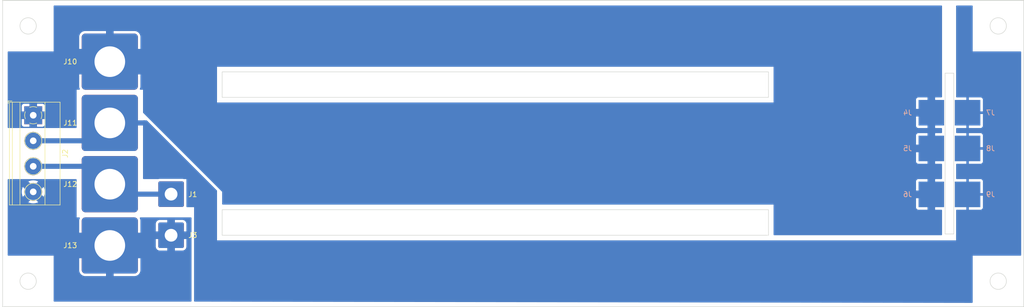
<source format=kicad_pcb>
(kicad_pcb (version 20221018) (generator pcbnew)
  (layers (0 "F.Cu" signal) (31 "B.Cu" signal) (34 "B.Paste" user) (35 "F.Paste" user) (36 "B.SilkS" user "B.Silkscreen") (37 "F.SilkS" user "F.Silkscreen") (38 "B.Mask" user) (39 "F.Mask" user) (44 "Edge.Cuts" user))
  (net 0 "")
  (net 1 "/V-")
  (net 2 "/A+")
  (net 3 "/V+")
  (net 4 "/A-")
  (footprint "Connector_Wire:SolderWire-2sqmm_1x01_D2mm_OD3.9mm" (layer "F.Cu") (at 71 64)
    (fp_text reference "J11" (at -7.75 0) (layer "F.SilkS"))
    (fp_text value "4mm")
    (pad "1" thru_hole roundrect (at 0 0) (size 11 11) (drill 6) (layers "*.Cu" "*.Mask") (roundrect_rratio 0.064103) (net 3 "/V+"))
  )
  (footprint "TerminalBlock_Phoenix:TerminalBlock_Phoenix_MKDS-1,5-4_1x04_P5.00mm_Horizontal" (layer "F.Cu") (at 56 62.5 -90)
    (fp_text reference "J2" (at 7.5 -6.26 90) (layer "F.SilkS"))
    (fp_text value "Screw_Terminal_01x04")
    (fp_line (start -2.8 4.16) (end -2.8 4.9) (stroke (width 0.12)) (layer "F.SilkS"))
    (fp_line (start -2.8 4.9) (end -2.3 4.9) (stroke (width 0.12)) (layer "F.SilkS"))
    (fp_line (start -2.56 -5.261) (end -2.56 4.66) (stroke (width 0.12)) (layer "F.SilkS"))
    (fp_line (start -2.56 -5.261) (end 17.561 -5.261) (stroke (width 0.12)) (layer "F.SilkS"))
    (fp_line (start -2.56 -2.301) (end 17.561 -2.301) (stroke (width 0.12)) (layer "F.SilkS"))
    (fp_line (start -2.56 2.6) (end 17.561 2.6) (stroke (width 0.12)) (layer "F.SilkS"))
    (fp_line (start -2.56 4.1) (end 17.561 4.1) (stroke (width 0.12)) (layer "F.SilkS"))
    (fp_line (start -2.56 4.66) (end 17.561 4.66) (stroke (width 0.12)) (layer "F.SilkS"))
    (fp_line (start 3.773 1.023) (end 3.726 1.069) (stroke (width 0.12)) (layer "F.SilkS"))
    (fp_line (start 3.966 1.239) (end 3.931 1.274) (stroke (width 0.12)) (layer "F.SilkS"))
    (fp_line (start 6.07 -1.275) (end 6.035 -1.239) (stroke (width 0.12)) (layer "F.SilkS"))
    (fp_line (start 6.275 -1.069) (end 6.228 -1.023) (stroke (width 0.12)) (layer "F.SilkS"))
    (fp_line (start 8.773 1.023) (end 8.726 1.069) (stroke (width 0.12)) (layer "F.SilkS"))
    (fp_line (start 8.966 1.239) (end 8.931 1.274) (stroke (width 0.12)) (layer "F.SilkS"))
    (fp_line (start 11.07 -1.275) (end 11.035 -1.239) (stroke (width 0.12)) (layer "F.SilkS"))
    (fp_line (start 11.275 -1.069) (end 11.228 -1.023) (stroke (width 0.12)) (layer "F.SilkS"))
    (fp_line (start 13.773 1.023) (end 13.726 1.069) (stroke (width 0.12)) (layer "F.SilkS"))
    (fp_line (start 13.966 1.239) (end 13.931 1.274) (stroke (width 0.12)) (layer "F.SilkS"))
    (fp_line (start 16.07 -1.275) (end 16.035 -1.239) (stroke (width 0.12)) (layer "F.SilkS"))
    (fp_line (start 16.275 -1.069) (end 16.228 -1.023) (stroke (width 0.12)) (layer "F.SilkS"))
    (fp_line (start 17.561 -5.261) (end 17.561 4.66) (stroke (width 0.12)) (layer "F.SilkS"))
    (fp_arc (start -1.535427 0.683042) (mid -1.680501 -0.000524) (end -1.535 -0.684) (stroke (width 0.12)) (layer "F.SilkS"))
    (fp_arc (start -0.683042 -1.535427) (mid 0.000524 -1.680501) (end 0.684 -1.535) (stroke (width 0.12)) (layer "F.SilkS"))
    (fp_arc (start 0.028805 1.680253) (mid -0.335551 1.646659) (end -0.684 1.535) (stroke (width 0.12)) (layer "F.SilkS"))
    (fp_arc (start 0.683318 1.534756) (mid 0.349292 1.643288) (end 0 1.68) (stroke (width 0.12)) (layer "F.SilkS"))
    (fp_arc (start 1.535427 -0.683042) (mid 1.680501 0.000524) (end 1.535 0.684) (stroke (width 0.12)) (layer "F.SilkS"))
    (fp_circle (center 5 0) (end 6.68 0) (stroke (width 0.12)) (fill none) (layer "F.SilkS"))
    (fp_circle (center 10 0) (end 11.68 0) (stroke (width 0.12)) (fill none) (layer "F.SilkS"))
    (fp_circle (center 15 0) (end 16.68 0) (stroke (width 0.12)) (fill none) (layer "F.SilkS"))
    (pad "1" thru_hole rect (at 0 0 270) (size 3.5 3.5) (drill 1.3) (layers "*.Cu" "*.Mask") (net 2 "/A+"))
    (pad "2" thru_hole circle (at 5 0 270) (size 3.5 3.5) (drill 1.3) (layers "*.Cu" "*.Mask") (net 3 "/V+"))
    (pad "3" thru_hole circle (at 10 0 270) (size 3.5 3.5) (drill 1.3) (layers "*.Cu" "*.Mask") (net 1 "/V-"))
    (pad "4" thru_hole circle (at 15 0 270) (size 3.5 3.5) (drill 1.3) (layers "*.Cu" "*.Mask") (net 4 "/A-"))
  )
  (footprint "Connector_Wire:SolderWire-2sqmm_1x01_D2mm_OD3.9mm" (layer "F.Cu") (at 71 76)
    (fp_text reference "J12" (at -7.75 0) (layer "F.SilkS"))
    (fp_text value "4mm")
    (pad "1" thru_hole roundrect (at 0 0) (size 11 11) (drill 6) (layers "*.Cu" "*.Mask") (roundrect_rratio 0.064103) (net 1 "/V-"))
  )
  (footprint "Connector_Wire:SolderWire-2sqmm_1x01_D2mm_OD3.9mm" (layer "F.Cu") (at 71 52)
    (fp_text reference "J10" (at -7.75 0) (layer "F.SilkS"))
    (fp_text value "4mm")
    (pad "1" thru_hole roundrect (at 0 0) (size 11 11) (drill 6) (layers "*.Cu" "*.Mask") (roundrect_rratio 0.064103) (net 2 "/A+"))
  )
  (footprint "Connector_Wire:SolderWire-2.5sqmm_1x01_D2.4mm_OD3.6mm" (layer "F.Cu") (at 83 77.95)
    (fp_text reference "J1" (at 4.25 0.05) (layer "F.SilkS"))
    (fp_text value "wire")
    (pad "1" thru_hole roundrect (at 0 0) (size 5 5) (drill 2.5) (layers "*.Cu" "*.Mask") (roundrect_rratio 0.0625) (net 1 "/V-"))
  )
  (footprint "Connector_Wire:SolderWire-2.5sqmm_1x01_D2.4mm_OD3.6mm" (layer "F.Cu") (at 83 86)
    (fp_text reference "J3" (at 4.25 0) (layer "F.SilkS"))
    (fp_text value "wire")
    (pad "1" thru_hole roundrect (at 0 0) (size 5 5) (drill 2.5) (layers "*.Cu" "*.Mask") (roundrect_rratio 0.0625) (net 4 "/A-"))
  )
  (footprint "Connector_Wire:SolderWire-2sqmm_1x01_D2mm_OD3.9mm" (layer "F.Cu") (at 71 88)
    (fp_text reference "J13" (at -7.75 0) (layer "F.SilkS"))
    (fp_text value "4mm")
    (pad "1" thru_hole roundrect (at 0 0) (size 11 11) (drill 6) (layers "*.Cu" "*.Mask") (roundrect_rratio 0.064103) (net 4 "/A-"))
  )
  (footprint "Connector_Wire:SolderWirePad_1x01_SMD_5x10mm" (layer "B.Cu") (at 231.9 62 180)
    (fp_text reference "J4" (at 4.65 0) (layer "B.SilkS") (effects (justify mirror)))
    (fp_text value "pad")
    (pad "1" smd rect (at 0 0 180) (size 5 5) (layers "B.Cu" "B.Paste" "B.Mask") (net 2 "/A+"))
  )
  (footprint "Connector_Wire:SolderWirePad_1x01_SMD_5x10mm" (layer "B.Cu") (at 231.9 78 180)
    (fp_text reference "J6" (at 4.65 0) (layer "B.SilkS") (effects (justify mirror)))
    (fp_text value "pad")
    (pad "1" smd rect (at 0 0 180) (size 5 5) (layers "B.Cu" "B.Paste" "B.Mask") (net 2 "/A+"))
  )
  (footprint "Connector_Wire:SolderWirePad_1x01_SMD_5x10mm" (layer "B.Cu") (at 239 69 180)
    (fp_text reference "J8" (at -4.5 0) (layer "B.SilkS") (effects (justify mirror)))
    (fp_text value "pad")
    (pad "1" smd rect (at 0 0 180) (size 5 5) (layers "B.Cu" "B.Paste" "B.Mask") (net 3 "/V+"))
  )
  (footprint "Connector_Wire:SolderWirePad_1x01_SMD_5x10mm" (layer "B.Cu") (at 239 78 180)
    (fp_text reference "J9" (at -4.5 0) (layer "B.SilkS") (effects (justify mirror)))
    (fp_text value "pad")
    (pad "1" smd rect (at 0 0 180) (size 5 5) (layers "B.Cu" "B.Paste" "B.Mask") (net 3 "/V+"))
  )
  (footprint "Connector_Wire:SolderWirePad_1x01_SMD_5x10mm" (layer "B.Cu") (at 231.9 69 180)
    (fp_text reference "J5" (at 4.65 0) (layer "B.SilkS") (effects (justify mirror)))
    (fp_text value "pad")
    (pad "1" smd rect (at 0 0 180) (size 5 5) (layers "B.Cu" "B.Paste" "B.Mask") (net 2 "/A+"))
  )
  (footprint "Connector_Wire:SolderWirePad_1x01_SMD_5x10mm" (layer "B.Cu") (at 239 62 180)
    (fp_text reference "J7" (at -4.5 0) (layer "B.SilkS") (effects (justify mirror)))
    (fp_text value "pad")
    (pad "1" smd rect (at 0 0 180) (size 5 5) (layers "B.Cu" "B.Paste" "B.Mask") (net 3 "/V+"))
  )
  (gr_circle (center 245 95) (end 246.6 95) (stroke (width 0.1)) (fill none) (layer "Edge.Cuts"))
  (gr_rect (start 93 81) (end 200 86) (stroke (width 0.1)) (fill none) (layer "Edge.Cuts"))
  (gr_circle (center 55 45) (end 56.6 45) (stroke (width 0.1)) (fill none) (layer "Edge.Cuts"))
  (gr_circle (center 55 95) (end 56.6 95) (stroke (width 0.1)) (fill none) (layer "Edge.Cuts"))
  (gr_line (start 50 100) (end 50 40) (stroke (width 0.1)) (layer "Edge.Cuts"))
  (gr_line (start 250 100) (end 50 100) (stroke (width 0.1)) (layer "Edge.Cuts"))
  (gr_line (start 50 40) (end 250 40) (stroke (width 0.15)) (layer "Edge.Cuts"))
  (gr_rect (start 234.6 54.25) (end 236.3 85.75) (stroke (width 0.1)) (fill none) (layer "Edge.Cuts"))
  (gr_rect (start 93 54) (end 200 59) (stroke (width 0.1)) (fill none) (layer "Edge.Cuts"))
  (gr_line (start 250 40) (end 250 100) (stroke (width 0.1)) (layer "Edge.Cuts"))
  (gr_circle (center 245 45) (end 246.6 45) (stroke (width 0.1)) (fill none) (layer "Edge.Cuts"))
  (segment (start 83 77.95) (end 72.95 77.95) (width 1) (layer "B.Cu") (net 1))
  (segment (start 67.5 72.5) (end 71 76) (width 1) (layer "B.Cu") (net 1))
  (segment (start 56 72.5) (end 67.5 72.5) (width 1) (layer "B.Cu") (net 1))
  (segment (start 72.95 77.95) (end 71 76) (width 1) (layer "B.Cu") (net 1))
  (segment (start 71 52) (end 63 52) (width 3) (layer "B.Cu") (net 2))
  (segment (start 63 52) (end 79 52) (width 5) (layer "B.Cu") (net 2))
  (segment (start 56 67.5) (end 67.5 67.5) (width 1) (layer "B.Cu") (net 3))
  (segment (start 67.5 67.5) (end 71 64) (width 1) (layer "B.Cu") (net 3))
  (segment (start 71 64) (end 77.75 64) (width 1) (layer "B.Cu") (net 3))
  (segment (start 77.75 64) (end 79.5 65.75) (width 1) (layer "B.Cu") (net 3))
  (segment (start 64 88) (end 77.25 88) (width 5) (layer "B.Cu") (net 4))
  (segment (start 71 88) (end 64 88) (width 3) (layer "B.Cu") (net 4))
  (zone (net 4) (net_name "/A-") (layer "B.Cu") (connect_pads (clearance 0.5)) (min_thickness 0.25) (fill yes (thermal_gap 0.5) (thermal_bridge_width 1.5))
    (polygon (pts (xy 51 75) (xy 64.5 75) (xy 64.5 82.5) (xy 87 82.5) (xy 87 99) (xy 60 99) (xy 60 90) (xy 51 90)))
  )
  (zone (net 3) (net_name "/V+") (layer "B.Cu") (priority 2) (connect_pads (clearance 0.5)) (min_thickness 0.25) (fill yes (thermal_gap 0.5) (thermal_bridge_width 0.5))
    (polygon (pts (xy 236.75 41) (xy 240 41) (xy 240 50) (xy 249.5 50) (xy 249.5 90) (xy 240 90) (xy 240 99.25) (xy 87.5 99) (xy 87.5 80.5) (xy 86 80.5) (xy 86 75) (xy 77.5 75) (xy 77.5 63.5) (xy 78.25 63.5) (xy 92 77.25) (xy 92 87) (xy 236.75 87)))
  )
  (zone (net 2) (net_name "/A+") (layer "B.Cu") (priority 1) (connect_pads (clearance 0.5)) (min_thickness 0.25) (fill yes (thermal_gap 0.5) (thermal_bridge_width 1.5))
    (polygon (pts (xy 51 65) (xy 64.5 65) (xy 64.5 57.5) (xy 77.5 57.5) (xy 77.5 62) (xy 93 77.5) (xy 93 80) (xy 201 80) (xy 201 86) (xy 234 86) (xy 234 41) (xy 60 41) (xy 60 50) (xy 51 50)))
  )
  (zone (net 0) (net_name "") (layer "B.Cu") (connect_pads (clearance 0)) (min_thickness 0.25)
    (keepout (tracks not_allowed) (vias not_allowed) (pads not_allowed) (copperpour not_allowed) (footprints allowed))
    (fill (thermal_gap 0.5) (thermal_bridge_width 1.5))
    (polygon (pts (xy 92 53) (xy 201 53) (xy 201 60) (xy 92 60)))
  )
)
</source>
